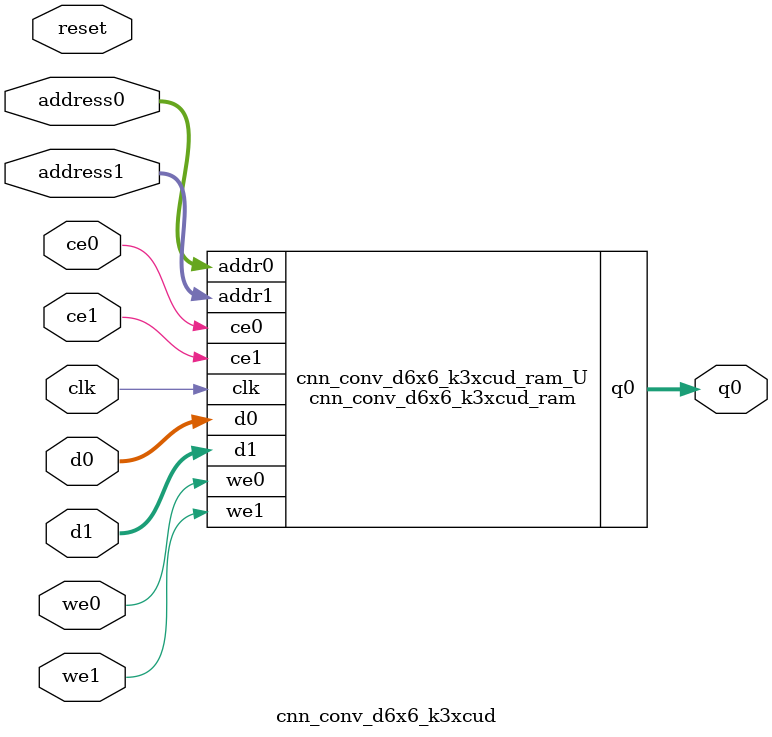
<source format=v>

`timescale 1 ns / 1 ps
module cnn_conv_d6x6_k3xcud_ram (addr0, ce0, d0, we0, q0, addr1, ce1, d1, we1,  clk);

parameter DWIDTH = 32;
parameter AWIDTH = 3;
parameter MEM_SIZE = 6;

input[AWIDTH-1:0] addr0;
input ce0;
input[DWIDTH-1:0] d0;
input we0;
output reg[DWIDTH-1:0] q0;
input[AWIDTH-1:0] addr1;
input ce1;
input[DWIDTH-1:0] d1;
input we1;
input clk;

(* ram_style = "block" *)reg [DWIDTH-1:0] ram[0:MEM_SIZE-1];




always @(posedge clk)  
begin 
    if (ce0) 
    begin
        if (we0) 
        begin 
            ram[addr0] <= d0; 
            q0 <= d0;
        end 
        else 
            q0 <= ram[addr0];
    end
end


always @(posedge clk)  
begin 
    if (ce1) 
    begin
        if (we1) 
        begin 
            ram[addr1] <= d1; 
        end 
    end
end


endmodule


`timescale 1 ns / 1 ps
module cnn_conv_d6x6_k3xcud(
    reset,
    clk,
    address0,
    ce0,
    we0,
    d0,
    q0,
    address1,
    ce1,
    we1,
    d1);

parameter DataWidth = 32'd32;
parameter AddressRange = 32'd6;
parameter AddressWidth = 32'd3;
input reset;
input clk;
input[AddressWidth - 1:0] address0;
input ce0;
input we0;
input[DataWidth - 1:0] d0;
output[DataWidth - 1:0] q0;
input[AddressWidth - 1:0] address1;
input ce1;
input we1;
input[DataWidth - 1:0] d1;



cnn_conv_d6x6_k3xcud_ram cnn_conv_d6x6_k3xcud_ram_U(
    .clk( clk ),
    .addr0( address0 ),
    .ce0( ce0 ),
    .d0( d0 ),
    .we0( we0 ),
    .q0( q0 ),
    .addr1( address1 ),
    .ce1( ce1 ),
    .d1( d1 ),
    .we1( we1 ));

endmodule


</source>
